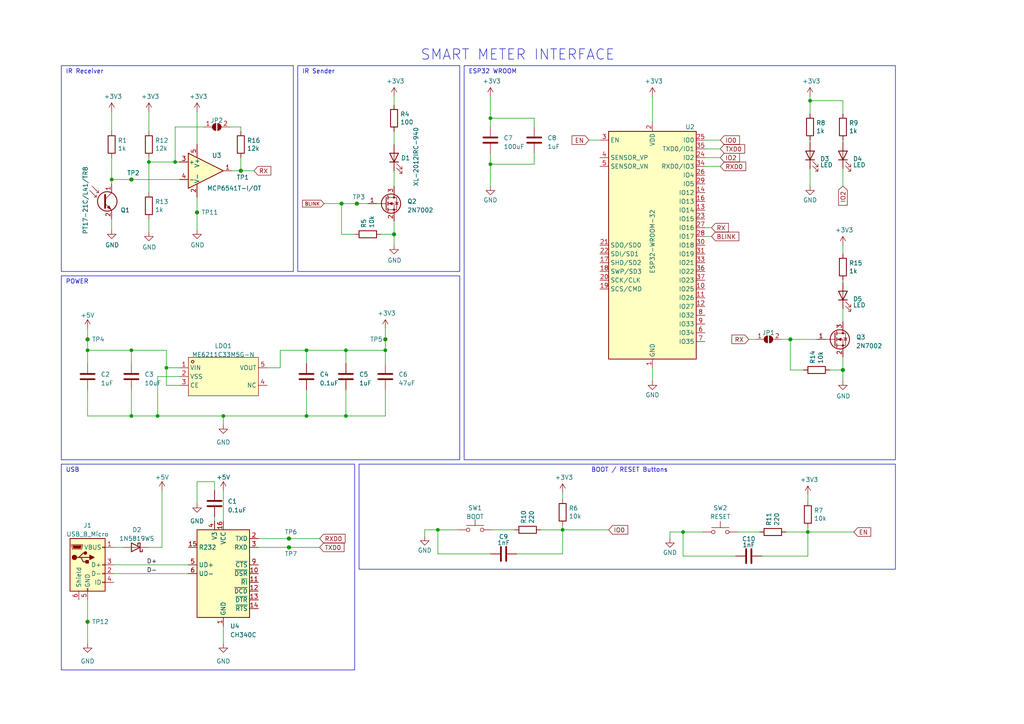
<source format=kicad_sch>
(kicad_sch (version 20221004) (generator eeschema)
  (paper "A4")
  (lib_symbols
    (symbol "Comparator:MCP6561-OT" (pin_names (offset 0.127))
      (property "Reference" "U" (at -1.27 6.35 0))
      (property "Value" "MCP6561-OT" (at -1.27 3.81 0))
      (symbol "MCP6561-OT_0_1"
        (polyline (pts (xy -5.08 5.08) (xy 5.08 0) (xy -5.08 -5.08) (xy -5.08 5.08)) (stroke (width 0.254)) (fill (type background)))
        (pin power_in line (at -2.54 -7.62 90) (length 3.81) (name "V-") (number "2"))
        (pin power_in line (at -2.54 7.62 270) (length 3.81) (name "V+") (number "5"))
      )
      (symbol "MCP6561-OT_1_1"
        (pin output line (at 7.62 0 180) (length 2.54) (name "~") (number "1"))
        (pin input line (at -7.62 2.54 0) (length 2.54) (name "+") (number "3"))
        (pin input line (at -7.62 -2.54 0) (length 2.54) (name "-") (number "4"))
      )
    )
    (symbol "Connector:TestPoint_Small" (pin_numbers hide) (pin_names (offset 0.762) hide)
      (property "Reference" "TP" (at 0 3.81 0))
      (property "Value" "TestPoint_Small" (at 0 2.032 0))
      (symbol "TestPoint_Small_0_1"
        (circle (center 0 0) (radius 0.508))
      )
      (symbol "TestPoint_Small_1_1"
        (pin passive line (at 0 0 90) (length 0) (name "1") (number "1"))
      )
    )
    (symbol "Connector:USB_B_Micro" (pin_names (offset 1.016))
      (property "Reference" "J" (at -5.08 11.43 0))
      (property "Value" "USB_B_Micro" (at -5.08 8.89 0))
      (symbol "USB_B_Micro_0_1"
        (rectangle (start -5.08 -7.62) (end 5.08 7.62) (stroke (width 0.254)) (fill (type background)))
        (circle (center -3.81 2.159) (radius 0.635) (stroke (width 0.254)) (fill (type outline)))
        (circle (center -0.635 3.429) (radius 0.381) (stroke (width 0.254)) (fill (type outline)))
        (rectangle (start -0.127 -7.62) (end 0.127 -6.858))
        (polyline (pts (xy -1.905 2.159) (xy 0.635 2.159)) (stroke (width 0.254)))
        (polyline (pts (xy -3.175 2.159) (xy -2.54 2.159) (xy -1.27 3.429) (xy -0.635 3.429)) (stroke (width 0.254)))
        (polyline (pts (xy -2.54 2.159) (xy -1.905 2.159) (xy -1.27 0.889) (xy 0 0.889)) (stroke (width 0.254)))
        (polyline (pts (xy 0.635 2.794) (xy 0.635 1.524) (xy 1.905 2.159) (xy 0.635 2.794)) (stroke (width 0.254)) (fill (type outline)))
        (polyline (pts (xy -4.318 5.588) (xy -1.778 5.588) (xy -2.032 4.826) (xy -4.064 4.826) (xy -4.318 5.588)) (fill (type outline)))
        (polyline (pts (xy -4.699 5.842) (xy -4.699 5.588) (xy -4.445 4.826) (xy -4.445 4.572) (xy -1.651 4.572) (xy -1.651 4.826) (xy -1.397 5.588) (xy -1.397 5.842) (xy -4.699 5.842)))
        (rectangle (start 0.254 1.27) (end -0.508 0.508) (stroke (width 0.254)) (fill (type outline)))
        (rectangle (start 5.08 -5.207) (end 4.318 -4.953))
        (rectangle (start 5.08 -2.667) (end 4.318 -2.413))
        (rectangle (start 5.08 -0.127) (end 4.318 0.127))
        (rectangle (start 5.08 4.953) (end 4.318 5.207))
      )
      (symbol "USB_B_Micro_1_1"
        (pin power_out line (at 7.62 5.08 180) (length 2.54) (name "VBUS") (number "1"))
        (pin bidirectional line (at 7.62 -2.54 180) (length 2.54) (name "D-") (number "2"))
        (pin bidirectional line (at 7.62 0 180) (length 2.54) (name "D+") (number "3"))
        (pin passive line (at 7.62 -5.08 180) (length 2.54) (name "ID") (number "4"))
        (pin power_out line (at 0 -10.16 90) (length 2.54) (name "GND") (number "5"))
        (pin passive line (at -2.54 -10.16 90) (length 2.54) (name "Shield") (number "6"))
      )
    )
    (symbol "Device:C" (pin_numbers hide) (pin_names (offset 0.254))
      (property "Reference" "C" (at 0.635 2.54 0))
      (property "Value" "C" (at 0.635 -2.54 0))
      (symbol "C_0_1"
        (polyline (pts (xy -2.032 -0.762) (xy 2.032 -0.762)) (stroke (width 0.508)))
        (polyline (pts (xy -2.032 0.762) (xy 2.032 0.762)) (stroke (width 0.508)))
      )
      (symbol "C_1_1"
        (pin passive line (at 0 3.81 270) (length 2.794) (name "~") (number "1"))
        (pin passive line (at 0 -3.81 90) (length 2.794) (name "~") (number "2"))
      )
    )
    (symbol "Device:LED" (pin_numbers hide) (pin_names hide)
      (property "Reference" "D" (at 0 2.54 0))
      (property "Value" "LED" (at 0 -2.54 0))
      (symbol "LED_0_1"
        (polyline (pts (xy -1.27 -1.27) (xy -1.27 1.27)) (stroke (width 0.254)))
        (polyline (pts (xy -1.27 0) (xy 1.27 0)))
        (polyline (pts (xy 1.27 -1.27) (xy 1.27 1.27) (xy -1.27 0) (xy 1.27 -1.27)) (stroke (width 0.254)))
        (polyline (pts (xy -3.048 -0.762) (xy -4.572 -2.286) (xy -3.81 -2.286) (xy -4.572 -2.286) (xy -4.572 -1.524)))
        (polyline (pts (xy -1.778 -0.762) (xy -3.302 -2.286) (xy -2.54 -2.286) (xy -3.302 -2.286) (xy -3.302 -1.524)))
      )
      (symbol "LED_1_1"
        (pin passive line (at -3.81 0 0) (length 2.54) (name "K") (number "1"))
        (pin passive line (at 3.81 0 180) (length 2.54) (name "A") (number "2"))
      )
    )
    (symbol "Device:Q_Photo_NPN_CE" (pin_names (offset 0) hide)
      (property "Reference" "Q" (at 5.08 1.27 0))
      (property "Value" "Q_Photo_NPN_CE" (at 5.08 -1.27 0))
      (symbol "Q_Photo_NPN_CE_0_1"
        (polyline (pts (xy -1.905 1.27) (xy -2.54 1.27)))
        (polyline (pts (xy -1.27 2.54) (xy -1.905 2.54)))
        (polyline (pts (xy 0.635 0.635) (xy 2.54 2.54)))
        (polyline (pts (xy -3.81 3.175) (xy -1.905 1.27) (xy -1.905 1.905)))
        (polyline (pts (xy -3.175 4.445) (xy -1.27 2.54) (xy -1.27 3.175)))
        (polyline (pts (xy 0.635 -0.635) (xy 2.54 -2.54) (xy 2.54 -2.54)))
        (polyline (pts (xy 0.635 1.905) (xy 0.635 -1.905) (xy 0.635 -1.905)) (stroke (width 0.508)))
        (polyline (pts (xy 1.27 -1.778) (xy 1.778 -1.27) (xy 2.286 -2.286) (xy 1.27 -1.778) (xy 1.27 -1.778)) (fill (type outline)))
        (circle (center 1.27 0) (radius 2.8194) (stroke (width 0.254)))
      )
      (symbol "Q_Photo_NPN_CE_1_1"
        (pin passive line (at 2.54 5.08 270) (length 2.54) (name "C") (number "1"))
        (pin passive line (at 2.54 -5.08 90) (length 2.54) (name "E") (number "2"))
      )
    )
    (symbol "Diode:1N5819WS" (pin_numbers hide) (pin_names (offset 1.016) hide)
      (property "Reference" "D" (at 0 2.54 0))
      (property "Value" "1N5819WS" (at 0 -2.54 0))
      (symbol "1N5819WS_0_1"
        (polyline (pts (xy 1.27 0) (xy -1.27 0)))
        (polyline (pts (xy 1.27 1.27) (xy 1.27 -1.27) (xy -1.27 0) (xy 1.27 1.27)) (stroke (width 0.254)))
        (polyline (pts (xy -1.905 0.635) (xy -1.905 1.27) (xy -1.27 1.27) (xy -1.27 -1.27) (xy -0.635 -1.27) (xy -0.635 -0.635)) (stroke (width 0.254)))
      )
      (symbol "1N5819WS_1_1"
        (pin passive line (at -3.81 0 0) (length 2.54) (name "K") (number "1"))
        (pin passive line (at 3.81 0 180) (length 2.54) (name "A") (number "2"))
      )
    )
    (symbol "Interface_USB:CH340C"
      (property "Reference" "U" (at -5.08 13.97 0))
      (property "Value" "CH340C" (at 1.27 13.97 0))
      (symbol "CH340C_0_1"
        (rectangle (start -7.62 12.7) (end 7.62 -12.7) (stroke (width 0.254)) (fill (type background)))
      )
      (symbol "CH340C_1_1"
        (pin power_in line (at 0 -15.24 90) (length 2.54) (name "GND") (number "1"))
        (pin input line (at 10.16 0 180) (length 2.54) (name "~{DSR}") (number "10"))
        (pin input line (at 10.16 -2.54 180) (length 2.54) (name "~{RI}") (number "11"))
        (pin input line (at 10.16 -5.08 180) (length 2.54) (name "~{DCD}") (number "12"))
        (pin output line (at 10.16 -7.62 180) (length 2.54) (name "~{DTR}") (number "13"))
        (pin output line (at 10.16 -10.16 180) (length 2.54) (name "~{RTS}") (number "14"))
        (pin input line (at -10.16 7.62 0) (length 2.54) (name "R232") (number "15"))
        (pin power_in line (at 0 15.24 270) (length 2.54) (name "VCC") (number "16"))
        (pin output line (at 10.16 10.16 180) (length 2.54) (name "TXD") (number "2"))
        (pin input line (at 10.16 7.62 180) (length 2.54) (name "RXD") (number "3"))
        (pin passive line (at -2.54 15.24 270) (length 2.54) (name "V3") (number "4"))
        (pin bidirectional line (at -10.16 2.54 0) (length 2.54) (name "UD+") (number "5"))
        (pin bidirectional line (at -10.16 0 0) (length 2.54) (name "UD-") (number "6"))
        (pin no_connect line (at -7.62 -7.62 0) (length 2.54) hide (name "NC") (number "7"))
        (pin no_connect line (at -7.62 -10.16 0) (length 2.54) hide (name "NC") (number "8"))
        (pin input line (at 10.16 2.54 180) (length 2.54) (name "~{CTS}") (number "9"))
      )
    )
    (symbol "Jumper:SolderJumper_2_Open" (pin_names (offset 0) hide)
      (property "Reference" "JP" (at 0 2.032 0))
      (property "Value" "SolderJumper_2_Open" (at 0 -2.54 0))
      (symbol "SolderJumper_2_Open_0_1"
        (arc (start -0.254 1.016) (mid -1.2656 0) (end -0.254 -1.016))
        (arc (start -0.254 1.016) (mid -1.2656 0) (end -0.254 -1.016) (fill (type outline)))
        (polyline (pts (xy -0.254 1.016) (xy -0.254 -1.016)))
        (polyline (pts (xy 0.254 1.016) (xy 0.254 -1.016)))
        (arc (start 0.254 -1.016) (mid 1.2656 0) (end 0.254 1.016))
        (arc (start 0.254 -1.016) (mid 1.2656 0) (end 0.254 1.016) (fill (type outline)))
      )
      (symbol "SolderJumper_2_Open_1_1"
        (pin passive line (at -3.81 0 0) (length 2.54) (name "A") (number "1"))
        (pin passive line (at 3.81 0 180) (length 2.54) (name "B") (number "2"))
      )
    )
    (symbol "LCSC:ME6211C33M5G-N"
      (property "Reference" "LDO" (at 0 7.62 0))
      (property "Value" "ME6211C33M5G-N" (at 0 -7.62 0))
      (symbol "ME6211C33M5G-N_0_1"
        (rectangle (start -10.16 5.59) (end 10.16 -5.59) (fill (type background)))
        (circle (center -8.89 4.32) (radius 0.38))
        (circle (center -8.89 4.32) (radius 0.38))
        (pin unspecified line (at -12.7 2.54 0) (length 2.54) (name "VIN") (number "1"))
        (pin unspecified line (at -12.7 0 0) (length 2.54) (name "VSS") (number "2"))
        (pin unspecified line (at -12.7 -2.54 0) (length 2.54) (name "CE") (number "3"))
        (pin unspecified line (at 12.7 -2.54 180) (length 2.54) (name "NC") (number "4"))
        (pin unspecified line (at 12.7 2.54 180) (length 2.54) (name "VOUT") (number "5"))
      )
    )
    (symbol "LED_1" (pin_numbers hide) (pin_names (offset 1.016) hide)
      (property "Reference" "D" (at 0 2.54 0))
      (property "Value" "LED" (at 0 -2.54 0))
      (symbol "LED_1_0_1"
        (polyline (pts (xy -1.27 -1.27) (xy -1.27 1.27)) (stroke (width 0.254)))
        (polyline (pts (xy -1.27 0) (xy 1.27 0)))
        (polyline (pts (xy 1.27 -1.27) (xy 1.27 1.27) (xy -1.27 0) (xy 1.27 -1.27)) (stroke (width 0.254)))
        (polyline (pts (xy -3.048 -0.762) (xy -4.572 -2.286) (xy -3.81 -2.286) (xy -4.572 -2.286) (xy -4.572 -1.524)))
        (polyline (pts (xy -1.778 -0.762) (xy -3.302 -2.286) (xy -2.54 -2.286) (xy -3.302 -2.286) (xy -3.302 -1.524)))
      )
      (symbol "LED_1_1_1"
        (pin passive line (at -3.81 0 0) (length 2.54) (name "K") (number "1"))
        (pin passive line (at 3.81 0 180) (length 2.54) (name "A") (number "2"))
      )
    )
    (symbol "RF_Module:ESP32-WROOM-32"
      (property "Reference" "U" (at -12.7 34.29 0))
      (property "Value" "ESP32-WROOM-32" (at 1.27 34.29 0))
      (symbol "ESP32-WROOM-32_0_1"
        (rectangle (start -12.7 33.02) (end 12.7 -33.02) (stroke (width 0.254)) (fill (type background)))
      )
      (symbol "ESP32-WROOM-32_1_1"
        (pin power_in line (at 0 -35.56 90) (length 2.54) (name "GND") (number "1"))
        (pin bidirectional line (at 15.24 -12.7 180) (length 2.54) (name "IO25") (number "10"))
        (pin bidirectional line (at 15.24 -15.24 180) (length 2.54) (name "IO26") (number "11"))
        (pin bidirectional line (at 15.24 -17.78 180) (length 2.54) (name "IO27") (number "12"))
        (pin bidirectional line (at 15.24 10.16 180) (length 2.54) (name "IO14") (number "13"))
        (pin bidirectional line (at 15.24 15.24 180) (length 2.54) (name "IO12") (number "14"))
        (pin passive line (at 0 -35.56 90) (length 2.54) hide (name "GND") (number "15"))
        (pin bidirectional line (at 15.24 12.7 180) (length 2.54) (name "IO13") (number "16"))
        (pin bidirectional line (at -15.24 -5.08 0) (length 2.54) (name "SHD/SD2") (number "17"))
        (pin bidirectional line (at -15.24 -7.62 0) (length 2.54) (name "SWP/SD3") (number "18"))
        (pin bidirectional line (at -15.24 -12.7 0) (length 2.54) (name "SCS/CMD") (number "19"))
        (pin power_in line (at 0 35.56 270) (length 2.54) (name "VDD") (number "2"))
        (pin bidirectional line (at -15.24 -10.16 0) (length 2.54) (name "SCK/CLK") (number "20"))
        (pin bidirectional line (at -15.24 0 0) (length 2.54) (name "SDO/SD0") (number "21"))
        (pin bidirectional line (at -15.24 -2.54 0) (length 2.54) (name "SDI/SD1") (number "22"))
        (pin bidirectional line (at 15.24 7.62 180) (length 2.54) (name "IO15") (number "23"))
        (pin bidirectional line (at 15.24 25.4 180) (length 2.54) (name "IO2") (number "24"))
        (pin bidirectional line (at 15.24 30.48 180) (length 2.54) (name "IO0") (number "25"))
        (pin bidirectional line (at 15.24 20.32 180) (length 2.54) (name "IO4") (number "26"))
        (pin bidirectional line (at 15.24 5.08 180) (length 2.54) (name "IO16") (number "27"))
        (pin bidirectional line (at 15.24 2.54 180) (length 2.54) (name "IO17") (number "28"))
        (pin bidirectional line (at 15.24 17.78 180) (length 2.54) (name "IO5") (number "29"))
        (pin input line (at -15.24 30.48 0) (length 2.54) (name "EN") (number "3"))
        (pin bidirectional line (at 15.24 0 180) (length 2.54) (name "IO18") (number "30"))
        (pin bidirectional line (at 15.24 -2.54 180) (length 2.54) (name "IO19") (number "31"))
        (pin no_connect line (at -12.7 -27.94 0) (length 2.54) hide (name "NC") (number "32"))
        (pin bidirectional line (at 15.24 -5.08 180) (length 2.54) (name "IO21") (number "33"))
        (pin bidirectional line (at 15.24 22.86 180) (length 2.54) (name "RXD0/IO3") (number "34"))
        (pin bidirectional line (at 15.24 27.94 180) (length 2.54) (name "TXD0/IO1") (number "35"))
        (pin bidirectional line (at 15.24 -7.62 180) (length 2.54) (name "IO22") (number "36"))
        (pin bidirectional line (at 15.24 -10.16 180) (length 2.54) (name "IO23") (number "37"))
        (pin passive line (at 0 -35.56 90) (length 2.54) hide (name "GND") (number "38"))
        (pin passive line (at 0 -35.56 90) (length 2.54) hide (name "GND") (number "39"))
        (pin input line (at -15.24 25.4 0) (length 2.54) (name "SENSOR_VP") (number "4"))
        (pin input line (at -15.24 22.86 0) (length 2.54) (name "SENSOR_VN") (number "5"))
        (pin input line (at 15.24 -25.4 180) (length 2.54) (name "IO34") (number "6"))
        (pin input line (at 15.24 -27.94 180) (length 2.54) (name "IO35") (number "7"))
        (pin bidirectional line (at 15.24 -20.32 180) (length 2.54) (name "IO32") (number "8"))
        (pin bidirectional line (at 15.24 -22.86 180) (length 2.54) (name "IO33") (number "9"))
      )
    )
    (symbol "Switch:SW_Push" (pin_numbers hide) (pin_names (offset 1.016) hide)
      (property "Reference" "SW" (at 1.27 2.54 0))
      (property "Value" "SW_Push" (at 0 -1.524 0))
      (symbol "SW_Push_0_1"
        (circle (center -2.032 0) (radius 0.508))
        (polyline (pts (xy 0 1.27) (xy 0 3.048)))
        (polyline (pts (xy 2.54 1.27) (xy -2.54 1.27)))
        (circle (center 2.032 0) (radius 0.508))
        (pin passive line (at -5.08 0 0) (length 2.54) (name "1") (number "1"))
        (pin passive line (at 5.08 0 180) (length 2.54) (name "2") (number "2"))
      )
    )
    (symbol "Transistor_FET:2N7002" (pin_names hide)
      (property "Reference" "Q" (at 5.08 1.905 0))
      (property "Value" "2N7002" (at 5.08 0 0))
      (symbol "2N7002_0_1"
        (polyline (pts (xy 0.254 0) (xy -2.54 0)))
        (polyline (pts (xy 0.254 1.905) (xy 0.254 -1.905)) (stroke (width 0.254)))
        (polyline (pts (xy 0.762 -1.27) (xy 0.762 -2.286)) (stroke (width 0.254)))
        (polyline (pts (xy 0.762 0.508) (xy 0.762 -0.508)) (stroke (width 0.254)))
        (polyline (pts (xy 0.762 2.286) (xy 0.762 1.27)) (stroke (width 0.254)))
        (polyline (pts (xy 2.54 2.54) (xy 2.54 1.778)))
        (polyline (pts (xy 2.54 -2.54) (xy 2.54 0) (xy 0.762 0)))
        (polyline (pts (xy 0.762 -1.778) (xy 3.302 -1.778) (xy 3.302 1.778) (xy 0.762 1.778)))
        (polyline (pts (xy 1.016 0) (xy 2.032 0.381) (xy 2.032 -0.381) (xy 1.016 0)) (fill (type outline)))
        (polyline (pts (xy 2.794 0.508) (xy 2.921 0.381) (xy 3.683 0.381) (xy 3.81 0.254)))
        (polyline (pts (xy 3.302 0.381) (xy 2.921 -0.254) (xy 3.683 -0.254) (xy 3.302 0.381)))
        (circle (center 1.651 0) (radius 2.794) (stroke (width 0.254)))
        (circle (center 2.54 -1.778) (radius 0.254) (fill (type outline)))
        (circle (center 2.54 1.778) (radius 0.254) (fill (type outline)))
      )
      (symbol "2N7002_1_1"
        (pin input line (at -5.08 0 0) (length 2.54) (name "G") (number "1"))
        (pin passive line (at 2.54 -5.08 90) (length 2.54) (name "S") (number "2"))
        (pin passive line (at 2.54 5.08 270) (length 2.54) (name "D") (number "3"))
      )
    )
    (symbol "eHZ-Serial-rescue:R-device" (pin_numbers hide) (pin_names (offset 0))
      (property "Reference" "R" (at 2.032 0 90))
      (property "Value" "R-device" (at 0 0 90))
      (symbol "R-device_0_1"
        (rectangle (start -1.016 -2.54) (end 1.016 2.54) (stroke (width 0.254)))
      )
      (symbol "R-device_1_1"
        (pin passive line (at 0 3.81 270) (length 1.27) (name "~") (number "1"))
        (pin passive line (at 0 -3.81 90) (length 1.27) (name "~") (number "2"))
      )
    )
    (symbol "power:+3V3" (power) (pin_names (offset 0))
      (property "Value" "+3V3" (at 0 3.556 0))
      (symbol "+3V3_0_1"
        (polyline (pts (xy -0.762 1.27) (xy 0 2.54)))
        (polyline (pts (xy 0 0) (xy 0 2.54)))
        (polyline (pts (xy 0 2.54) (xy 0.762 1.27)))
      )
      (symbol "+3V3_1_1"
        (pin power_in line (at 0 0 90) (length 0) hide (name "+3V3") (number "1"))
      )
    )
    (symbol "power:+5V" (power) (pin_names (offset 0))
      (property "Value" "+5V" (at 0 3.556 0))
      (symbol "+5V_0_1"
        (polyline (pts (xy -0.762 1.27) (xy 0 2.54)))
        (polyline (pts (xy 0 0) (xy 0 2.54)))
        (polyline (pts (xy 0 2.54) (xy 0.762 1.27)))
      )
      (symbol "+5V_1_1"
        (pin power_in line (at 0 0 90) (length 0) hide (name "+5V") (number "1"))
      )
    )
    (symbol "power:GND" (power) (pin_names (offset 0))
      (property "Value" "GND" (at 0 -3.81 0))
      (symbol "GND_0_1"
        (polyline (pts (xy 0 0) (xy 0 -1.27) (xy 1.27 -1.27) (xy 0 -2.54) (xy -1.27 -1.27) (xy 0 -1.27)))
      )
      (symbol "GND_1_1"
        (pin power_in line (at 0 0 270) (length 0) hide (name "GND") (number "1"))
      )
    )
  )
  (junction (at 103.505 59.055))
  (junction (at 111.76 101.6))
  (junction (at 234.95 29.21))
  (junction (at 32.385 52.07))
  (junction (at 83.82 158.75))
  (junction (at 99.06 59.055) (diameter 1.016))
  (junction (at 25.4 101.6))
  (junction (at 114.3 67.945) (diameter 1.016))
  (junction (at 83.82 156.21))
  (junction (at 100.33 120.65))
  (junction (at 244.475 107.315) (diameter 1.016))
  (junction (at 25.4 98.425))
  (junction (at 111.76 98.425))
  (junction (at 142.24 47.625))
  (junction (at 163.195 153.67))
  (junction (at 234.315 154.305))
  (junction (at 229.235 98.425) (diameter 1.016))
  (junction (at 88.9 101.6))
  (junction (at 38.1 120.65))
  (junction (at 57.15 61.595))
  (junction (at 69.85 49.53))
  (junction (at 64.77 120.65))
  (junction (at 48.26 106.68))
  (junction (at 127 153.67))
  (junction (at 25.4 180.34))
  (junction (at 198.12 154.305))
  (junction (at 50.8 46.99))
  (junction (at 43.18 46.99))
  (junction (at 38.1 52.07))
  (junction (at 142.24 34.29))
  (junction (at 45.72 120.65))
  (junction (at 38.1 101.6))
  (junction (at 100.33 101.6))
  (junction (at 88.9 120.65))
  (wire (pts (xy 67.31 49.53) (xy 69.85 49.53)))
  (wire (pts (xy 142.24 34.29) (xy 154.94 34.29)))
  (wire (pts (xy 45.72 109.22) (xy 45.72 120.65)))
  (wire (pts (xy 100.33 101.6) (xy 111.76 101.6)))
  (wire (pts (xy 64.77 120.65) (xy 88.9 120.65)))
  (wire (pts (xy 149.86 160.655) (xy 163.195 160.655)))
  (wire (pts (xy 81.28 101.6) (xy 88.9 101.6)))
  (wire (pts (xy 220.98 161.29) (xy 234.315 161.29)))
  (wire (pts (xy 48.26 111.76) (xy 48.26 106.68)))
  (wire (pts (xy 194.31 156.21) (xy 194.31 154.305)))
  (wire (pts (xy 43.18 45.72) (xy 43.18 46.99)))
  (wire (pts (xy 25.4 180.34) (xy 25.4 186.69)))
  (wire (pts (xy 114.3 64.135) (xy 114.3 67.945)))
  (wire (pts (xy 127 160.655) (xy 127 153.67)))
  (wire (pts (xy 52.07 109.22) (xy 45.72 109.22)))
  (wire (pts (xy 43.18 46.99) (xy 50.8 46.99)))
  (wire (pts (xy 213.995 154.305) (xy 220.345 154.305)))
  (wire (pts (xy 83.82 158.75) (xy 92.71 158.75)))
  (wire (pts (xy 69.85 45.72) (xy 69.85 49.53)))
  (wire (pts (xy 204.47 40.64) (xy 208.915 40.64)))
  (wire (pts (xy 154.94 34.29) (xy 154.94 36.83)))
  (wire (pts (xy 64.77 120.65) (xy 64.77 123.19)))
  (wire (pts (xy 227.965 154.305) (xy 234.315 154.305)))
  (wire (pts (xy 234.315 153.035) (xy 234.315 154.305)))
  (wire (pts (xy 163.195 152.4) (xy 163.195 153.67)))
  (wire (pts (xy 142.24 44.45) (xy 142.24 47.625)))
  (wire (pts (xy 57.15 57.15) (xy 57.15 61.595)))
  (wire (pts (xy 114.3 49.53) (xy 114.3 53.975)))
  (wire (pts (xy 110.49 67.945) (xy 114.3 67.945)))
  (wire (pts (xy 69.85 49.53) (xy 73.66 49.53)))
  (wire (pts (xy 142.24 47.625) (xy 142.24 53.975)))
  (wire (pts (xy 102.87 67.945) (xy 99.06 67.945)))
  (wire (pts (xy 198.12 161.29) (xy 198.12 154.305)))
  (wire (pts (xy 114.3 27.94) (xy 114.3 30.48)))
  (wire (pts (xy 25.4 113.03) (xy 25.4 120.65)))
  (wire (pts (xy 74.93 156.21) (xy 83.82 156.21)))
  (wire (pts (xy 69.85 36.83) (xy 66.675 36.83)))
  (wire (pts (xy 234.315 161.29) (xy 234.315 154.305)))
  (wire (pts (xy 142.875 153.67) (xy 149.225 153.67)))
  (wire (pts (xy 244.475 41.275) (xy 244.475 40.64)))
  (wire (pts (xy 48.26 106.68) (xy 52.07 106.68)))
  (wire (pts (xy 69.85 38.1) (xy 69.85 36.83)))
  (wire (pts (xy 244.475 103.505) (xy 244.475 107.315)))
  (wire (pts (xy 38.1 120.65) (xy 45.72 120.65)))
  (wire (pts (xy 57.15 139.7) (xy 62.23 139.7)))
  (wire (pts (xy 111.76 101.6) (xy 111.76 105.41)))
  (wire (pts (xy 234.95 27.94) (xy 234.95 29.21)))
  (wire (pts (xy 234.315 143.51) (xy 234.315 145.415)))
  (wire (pts (xy 163.195 160.655) (xy 163.195 153.67)))
  (wire (pts (xy 229.235 98.425) (xy 236.855 98.425)))
  (wire (pts (xy 244.475 29.21) (xy 244.475 33.02)))
  (wire (pts (xy 114.3 67.945) (xy 114.3 71.12)))
  (wire (pts (xy 32.385 52.07) (xy 38.1 52.07)))
  (wire (pts (xy 45.72 120.65) (xy 64.77 120.65)))
  (wire (pts (xy 106.68 59.055) (xy 103.505 59.055)))
  (wire (pts (xy 100.33 120.65) (xy 111.76 120.65)))
  (wire (pts (xy 48.26 101.6) (xy 48.26 106.68)))
  (wire (pts (xy 57.15 61.595) (xy 57.15 66.675)))
  (wire (pts (xy 25.4 95.25) (xy 25.4 98.425)))
  (wire (pts (xy 189.23 27.94) (xy 189.23 35.56)))
  (wire (pts (xy 32.385 52.07) (xy 32.385 53.34)))
  (wire (pts (xy 114.3 38.1) (xy 114.3 41.91)))
  (wire (pts (xy 88.9 113.03) (xy 88.9 120.65)))
  (wire (pts (xy 142.24 160.655) (xy 127 160.655)))
  (wire (pts (xy 33.02 166.37) (xy 54.61 166.37)))
  (wire (pts (xy 38.1 52.07) (xy 52.07 52.07)))
  (wire (pts (xy 163.195 142.875) (xy 163.195 144.78)))
  (wire (pts (xy 111.76 98.425) (xy 111.76 101.6)))
  (wire (pts (xy 32.385 66.675) (xy 32.385 63.5)))
  (wire (pts (xy 46.99 142.24) (xy 46.99 158.75)))
  (wire (pts (xy 25.4 101.6) (xy 38.1 101.6)))
  (wire (pts (xy 234.95 29.21) (xy 244.475 29.21)))
  (wire (pts (xy 33.02 158.75) (xy 35.56 158.75)))
  (wire (pts (xy 25.4 120.65) (xy 38.1 120.65)))
  (wire (pts (xy 111.76 95.25) (xy 111.76 98.425)))
  (wire (pts (xy 244.475 89.535) (xy 244.475 93.345)))
  (wire (pts (xy 204.47 43.18) (xy 208.915 43.18)))
  (wire (pts (xy 25.4 105.41) (xy 25.4 101.6)))
  (wire (pts (xy 142.24 47.625) (xy 154.94 47.625)))
  (wire (pts (xy 43.18 63.5) (xy 43.18 67.31)))
  (wire (pts (xy 100.33 113.03) (xy 100.33 120.65)))
  (wire (pts (xy 234.95 40.64) (xy 234.95 41.275)))
  (wire (pts (xy 62.23 149.86) (xy 62.23 151.13)))
  (wire (pts (xy 52.07 111.76) (xy 48.26 111.76)))
  (wire (pts (xy 204.47 48.26) (xy 208.915 48.26)))
  (wire (pts (xy 229.235 107.315) (xy 229.235 98.425)))
  (wire (pts (xy 229.235 98.425) (xy 226.695 98.425)))
  (wire (pts (xy 33.02 163.83) (xy 54.61 163.83)))
  (wire (pts (xy 213.36 161.29) (xy 198.12 161.29)))
  (wire (pts (xy 50.8 36.83) (xy 50.8 46.99)))
  (wire (pts (xy 83.82 156.21) (xy 92.71 156.21)))
  (wire (pts (xy 244.475 48.895) (xy 244.475 53.975)))
  (wire (pts (xy 57.15 146.05) (xy 57.15 139.7)))
  (wire (pts (xy 234.315 154.305) (xy 247.65 154.305)))
  (wire (pts (xy 142.24 34.29) (xy 142.24 36.83)))
  (wire (pts (xy 59.055 36.83) (xy 50.8 36.83)))
  (wire (pts (xy 154.94 47.625) (xy 154.94 44.45)))
  (wire (pts (xy 57.15 32.385) (xy 57.15 41.91)))
  (wire (pts (xy 77.47 106.68) (xy 81.28 106.68)))
  (wire (pts (xy 38.1 101.6) (xy 48.26 101.6)))
  (wire (pts (xy 43.18 158.75) (xy 46.99 158.75)))
  (wire (pts (xy 62.23 139.7) (xy 62.23 142.24)))
  (wire (pts (xy 142.24 27.94) (xy 142.24 34.29)))
  (wire (pts (xy 88.9 101.6) (xy 100.33 101.6)))
  (wire (pts (xy 81.28 106.68) (xy 81.28 101.6)))
  (wire (pts (xy 43.18 32.385) (xy 43.18 38.1)))
  (wire (pts (xy 123.19 153.67) (xy 127 153.67)))
  (wire (pts (xy 240.665 107.315) (xy 244.475 107.315)))
  (wire (pts (xy 25.4 98.425) (xy 25.4 101.6)))
  (wire (pts (xy 206.375 68.58) (xy 204.47 68.58)))
  (wire (pts (xy 194.31 154.305) (xy 198.12 154.305)))
  (wire (pts (xy 123.19 155.575) (xy 123.19 153.67)))
  (wire (pts (xy 88.9 101.6) (xy 88.9 105.41)))
  (wire (pts (xy 99.06 67.945) (xy 99.06 59.055)))
  (wire (pts (xy 198.12 154.305) (xy 203.835 154.305)))
  (wire (pts (xy 99.06 59.055) (xy 93.98 59.055)))
  (wire (pts (xy 50.8 46.99) (xy 52.07 46.99)))
  (wire (pts (xy 206.375 66.04) (xy 204.47 66.04)))
  (wire (pts (xy 100.33 101.6) (xy 100.33 105.41)))
  (wire (pts (xy 32.385 38.1) (xy 32.385 32.385)))
  (wire (pts (xy 64.77 181.61) (xy 64.77 186.69)))
  (wire (pts (xy 204.47 45.72) (xy 208.915 45.72)))
  (wire (pts (xy 163.195 153.67) (xy 176.53 153.67)))
  (wire (pts (xy 244.475 107.315) (xy 244.475 110.49)))
  (wire (pts (xy 156.845 153.67) (xy 163.195 153.67)))
  (wire (pts (xy 219.075 98.425) (xy 217.17 98.425)))
  (wire (pts (xy 103.505 59.055) (xy 99.06 59.055)))
  (wire (pts (xy 64.77 142.24) (xy 64.77 151.13)))
  (wire (pts (xy 170.815 40.64) (xy 173.99 40.64)))
  (wire (pts (xy 189.23 106.68) (xy 189.23 110.49)))
  (wire (pts (xy 38.1 113.03) (xy 38.1 120.65)))
  (wire (pts (xy 244.475 71.12) (xy 244.475 73.66)))
  (wire (pts (xy 244.475 81.915) (xy 244.475 81.28)))
  (wire (pts (xy 32.385 45.72) (xy 32.385 52.07)))
  (wire (pts (xy 234.95 48.895) (xy 234.95 53.975)))
  (wire (pts (xy 88.9 120.65) (xy 100.33 120.65)))
  (wire (pts (xy 38.1 101.6) (xy 38.1 105.41)))
  (wire (pts (xy 43.18 46.99) (xy 43.18 55.88)))
  (wire (pts (xy 233.045 107.315) (xy 229.235 107.315)))
  (wire (pts (xy 127 153.67) (xy 132.715 153.67)))
  (wire (pts (xy 25.4 173.99) (xy 25.4 180.34)))
  (wire (pts (xy 111.76 120.65) (xy 111.76 113.03)))
  (wire (pts (xy 74.93 158.75) (xy 83.82 158.75)))
  (wire (pts (xy 234.95 29.21) (xy 234.95 33.02)))
  (rectangle (start 17.78 19.05) (end 85.09 78.74))
  (rectangle (start 17.78 134.62) (end 102.87 194.31))
  (rectangle (start 17.78 80.01) (end 133.35 133.35))
  (rectangle (start 86.36 19.05) (end 133.35 78.74))
  (rectangle (start 104.14 134.62) (end 259.715 165.1))
  (rectangle (start 134.62 19.05) (end 259.715 133.35))
  (text "POWER" (at 19.05 82.55 0) (effects (font (size 1.27 1.27)) (justify left bottom)))
  (text "USB" (at 19.05 137.16 0) (effects (font (size 1.27 1.27)) (justify left bottom)))
  (text "BOOT / RESET Buttons\n" (at 171.45 137.16 0) (effects (font (size 1.27 1.27)) (justify left bottom)))
  (text "ESP32 WROOM\n" (at 135.89 21.59 0) (effects (font (size 1.27 1.27)) (justify left bottom)))
  (text "SMART METER INTERFACE " (at 121.92 17.78 0) (effects (font (size 3 3)) (justify left bottom)))
  (text "IR Sender" (at 87.63 21.59 0) (effects (font (size 1.27 1.27)) (justify left bottom)))
  (text "IR Receiver" (at 19.05 21.59 0) (effects (font (size 1.27 1.27)) (justify left bottom)))
  (label "D-" (at 42.545 166.37 0))
  (label "D+" (at 42.545 163.83 0))
  (global_label "EN" (shape input) (at 247.65 154.305 0) (property "Intersheetrefs" "${INTERSHEET_REFS}" (effects hide)))
  (global_label "IO0" (shape input) (at 176.53 153.67 0) (property "Intersheetrefs" "${INTERSHEET_REFS}" (effects hide)))
  (global_label "TXD0" (shape input) (at 208.915 43.18 0) (property "Intersheetrefs" "${INTERSHEET_REFS}" (effects hide)))
  (global_label "IO2" (shape input) (at 244.475 53.975 270) (property "Intersheetrefs" "${INTERSHEET_REFS}" (effects hide)))
  (global_label "IO0" (shape input) (at 208.915 40.64 0) (property "Intersheetrefs" "${INTERSHEET_REFS}" (effects hide)))
  (global_label "RX" (shape input) (at 206.375 66.04 0) (property "Intersheet References" "${INTERSHEET_REFS}" (effects hide)))
  (global_label "RX" (shape input) (at 73.66 49.53 0) (property "Intersheet References" "${INTERSHEET_REFS}" (effects hide)))
  (global_label "IO2" (shape input) (at 208.915 45.72 0) (property "Intersheetrefs" "${INTERSHEET_REFS}" (effects hide)))
  (global_label "TXD0" (shape input) (at 92.71 158.75 0) (property "Intersheetrefs" "${INTERSHEET_REFS}" (effects hide)))
  (global_label "BLINK" (shape input) (at 93.98 59.055 180) (effects (font (size 1 1))) (property "Intersheet References" "${INTERSHEET_REFS}" (effects hide)))
  (global_label "RXD0" (shape input) (at 208.915 48.26 0) (property "Intersheetrefs" "${INTERSHEET_REFS}" (effects hide)))
  (global_label "RX" (shape input) (at 217.17 98.425 180) (property "Intersheet References" "${INTERSHEET_REFS}" (effects hide)))
  (global_label "EN" (shape input) (at 170.815 40.64 180) (property "Intersheetrefs" "${INTERSHEET_REFS}" (effects hide)))
  (global_label "RXD0" (shape input) (at 92.71 156.21 0) (property "Intersheetrefs" "${INTERSHEET_REFS}" (effects hide)))
  (global_label "BLINK" (shape input) (at 206.375 68.58 0) (property "Intersheet References" "${INTERSHEET_REFS}" (effects hide)))
  (symbol (lib_id "Device:LED") (at 114.3 45.72 90) (unit 1)
    (property "Reference" "D1" (at 116.2812 45.8216 90) (effects (justify right)))
    (property "Value" "XL-2012IRC-940" (at 120.65 36.83 0) (effects (justify right)))
    (property "Footprint" "LCSC:LED0805-RD" (effects hide))
    (property "LCSC" "C965889" (effects hide))
  )
  (symbol (lib_id "Device:Q_Photo_NPN_CE") (at 29.845 58.42 0) (unit 1)
    (property "Reference" "Q1" (at 34.925 60.96 0) (effects (justify left)))
    (property "Value" "PT17-21C/L41/TR8" (at 24.765 67.945 90) (effects (justify left)))
    (property "Footprint" "LCSC:OPTO-SMD_L2.0-W1.3-R-FD" (effects hide))
    (property "Datasheet" "https://lcsc.com/product-detail/Infrared-Receivers_PT17-21C-L41-TR8_C100090.html" (effects hide))
    (property "LCSC" "C100090" (effects hide))
  )
  (symbol (lib_id "power:+3V3") (at 32.385 32.385 0) (unit 1)
    (property "Reference" "#PWR0101" (effects hide))
    (property "Value" "+3V3" (at 32.766 27.9908 0))
  )
  (symbol (lib_id "power:+3V3") (at 114.3 27.94 0) (unit 1)
    (property "Reference" "#PWR0117" (effects hide))
    (property "Value" "+3V3" (at 114.681 23.5458 0))
  )
  (symbol (lib_id "eHZ-Serial-rescue:R-device") (at 32.385 41.91 0) (unit 1)
    (property "Reference" "R1" (at 34.163 40.7416 0) (effects (justify left)))
    (property "Value" "1k" (at 34.163 43.053 0) (effects (justify left)))
    (property "Footprint" "Resistor_SMD:R_0402_1005Metric" (effects hide))
    (property "LCSC" "C11702" (effects hide))
  )
  (symbol (lib_id "eHZ-Serial-rescue:R-device") (at 114.3 34.29 0) (unit 1)
    (property "Reference" "R4" (at 116.078 33.122 0) (effects (justify left)))
    (property "Value" "100" (at 116.078 35.433 0) (effects (justify left)))
    (property "Footprint" "Resistor_SMD:R_0402_1005Metric" (effects hide))
    (property "LCSC" "C25076" (effects hide))
  )
  (symbol (lib_id "power:GND") (at 32.385 66.675 0) (unit 1)
    (property "Reference" "#PWR0125" (effects hide))
    (property "Value" "GND" (at 32.512 71.0692 0))
  )
  (symbol (lib_id "power:GND") (at 114.3 71.12 0) (unit 1)
    (property "Reference" "#PWR0110" (effects hide))
    (property "Value" "GND" (at 114.427 75.5142 0))
  )
  (symbol (lib_id "power:GND") (at 64.77 123.19 0) (unit 1)
    (property "Reference" "#PWR0107" (effects hide))
    (property "Value" "GND" (at 64.77 128.27 0))
  )
  (symbol (lib_name "LED_1") (lib_id "Device:LED") (at 244.475 85.725 90) (unit 1)
    (property "Reference" "D5" (at 247.396 86.718 90) (effects (justify right)))
    (property "Value" "LED" (at 247.396 88.4802 90) (effects (justify right)))
    (property "Footprint" "LED_SMD:LED_0603_1608Metric" (effects hide))
    (property "LCSC" "C72041" (effects hide))
  )
  (symbol (lib_id "Diode:1N5819WS") (at 39.37 158.75 180) (unit 1)
    (property "Reference" "D2" (at 39.6875 153.67 0))
    (property "Value" "1N5819WS" (at 39.6875 156.21 0))
    (property "Footprint" "Diode_SMD:D_SOD-323" (effects hide))
    (property "Datasheet" "https://datasheet.lcsc.com/lcsc/2204281430_Guangdong-Hottech-1N5819WS_C191023.pdf" (effects hide))
    (property "LCSC" "C191023" (effects hide))
  )
  (symbol (lib_name "LED_1") (lib_id "Device:LED") (at 244.475 45.085 90) (unit 1)
    (property "Reference" "D4" (at 247.396 46.078 90) (effects (justify right)))
    (property "Value" "LED" (at 247.396 47.8402 90) (effects (justify right)))
    (property "Footprint" "LED_SMD:LED_0603_1608Metric" (effects hide))
    (property "LCSC" "C72041" (effects hide))
  )
  (symbol (lib_id "LCSC:ME6211C33M5G-N") (at 64.77 109.22 0) (unit 1)
    (property "Reference" "LDO1" (at 64.77 100.33 0))
    (property "Value" "ME6211C33M5G-N" (at 64.77 102.87 0))
    (property "Footprint" "LCSC:SOT-23-5_L3.0-W1.7-P0.95-LS2.8-BR" (effects hide))
    (property "Datasheet" "https://lcsc.com/product-detail/Low-Dropout-Regulators-LDO_ME6211C33M5G-N_C82942.html" (effects hide))
    (property "LCSC" "C82942" (effects hide))
  )
  (symbol (lib_id "Connector:USB_B_Micro") (at 25.4 163.83 0) (unit 1)
    (property "Reference" "J1" (at 25.4 152.4 0))
    (property "Value" "USB_B_Micro" (at 25.4 154.94 0))
    (property "Footprint" "LCSC:MICRO-USB-SMD_10118193-0001LF" (effects hide))
    (property "LCSC" "C132562" (effects hide))
  )
  (symbol (lib_id "eHZ-Serial-rescue:R-device") (at 244.475 36.83 0) (unit 1)
    (property "Reference" "R9" (at 246.253 35.662 0) (effects (justify left)))
    (property "Value" "1k" (at 246.253 37.973 0) (effects (justify left)))
    (property "Footprint" "Resistor_SMD:R_0402_1005Metric" (effects hide))
    (property "LCSC" "C11702" (effects hide))
  )
  (symbol (lib_id "eHZ-Serial-rescue:R-device") (at 234.95 36.83 0) (unit 1)
    (property "Reference" "R8" (at 236.728 35.662 0) (effects (justify left)))
    (property "Value" "1k" (at 236.728 37.973 0) (effects (justify left)))
    (property "Footprint" "Resistor_SMD:R_0402_1005Metric" (effects hide))
    (property "LCSC" "C11702" (effects hide))
  )
  (symbol (lib_id "Device:C") (at 62.23 146.05 0) (unit 1)
    (property "Reference" "C1" (at 66.04 145.415 0) (effects (justify left)))
    (property "Value" "0.1uF" (at 66.04 147.955 0) (effects (justify left)))
    (property "Footprint" "Capacitor_SMD:C_0402_1005Metric" (effects hide))
    (property "LCSC" "C307331" (effects hide))
  )
  (symbol (lib_id "eHZ-Serial-rescue:R-device") (at 234.315 149.225 0) (unit 1)
    (property "Reference" "R7" (at 236.093 148.057 0) (effects (justify left)))
    (property "Value" "10k" (at 236.093 150.368 0) (effects (justify left)))
    (property "Footprint" "Resistor_SMD:R_0402_1005Metric" (effects hide))
    (property "LCSC" "C25744" (effects hide))
  )
  (symbol (lib_id "power:GND") (at 234.95 53.975 0) (unit 1)
    (property "Reference" "#PWR0116" (effects hide))
    (property "Value" "GND" (at 234.95 58.0311 0))
  )
  (symbol (lib_id "Connector:TestPoint_Small") (at 83.82 156.21 0) (unit 1)
    (property "Reference" "TP6" (at 82.55 154.305 0) (effects (justify left)))
    (property "Value" "TestPoint_Small" (effects hide))
    (property "Footprint" "TestPoint:TestPoint_Pad_D1.0mm" (effects hide))
  )
  (symbol (lib_id "RF_Module:ESP32-WROOM-32") (at 189.23 71.12 0) (unit 1)
    (property "Reference" "U2" (at 198.755 36.83 0) (effects (justify left)))
    (property "Value" "ESP32-WROOM-32" (at 189.23 79.375 90) (effects (justify left)))
    (property "Footprint" "RF_Module:ESP32-WROOM-32" (effects hide))
    (property "Datasheet" "https://www.espressif.com/sites/default/files/documentation/esp32-wroom-32_datasheet_en.pdf" (effects hide))
  )
  (symbol (lib_id "Device:C") (at 100.33 109.22 0) (unit 1)
    (property "Reference" "C5" (at 104.14 108.585 0) (effects (justify left)))
    (property "Value" "1uF" (at 104.14 111.125 0) (effects (justify left)))
    (property "Footprint" "Capacitor_SMD:C_0402_1005Metric" (effects hide))
    (property "LCSC" "C52923" (effects hide))
  )
  (symbol (lib_id "eHZ-Serial-rescue:R-device") (at 236.855 107.315 90) (unit 1)
    (property "Reference" "R14" (at 235.687 105.537 0) (effects (justify left)))
    (property "Value" "10k" (at 237.998 105.537 0) (effects (justify left)))
    (property "Footprint" "Resistor_SMD:R_0402_1005Metric" (effects hide))
    (property "LCSC" "C25744" (effects hide))
  )
  (symbol (lib_id "power:+5V") (at 64.77 142.24 0) (unit 1)
    (property "Reference" "#PWR0113" (effects hide))
    (property "Value" "+5V" (at 64.77 138.43 0))
  )
  (symbol (lib_id "Device:C") (at 154.94 40.64 0) (unit 1)
    (property "Reference" "C8" (at 158.75 40.005 0) (effects (justify left)))
    (property "Value" "1uF" (at 158.75 42.545 0) (effects (justify left)))
    (property "Footprint" "Capacitor_SMD:C_0402_1005Metric" (effects hide))
    (property "LCSC" "C52923" (effects hide))
  )
  (symbol (lib_id "power:GND") (at 189.23 110.49 0) (unit 1)
    (property "Reference" "#PWR0115" (effects hide))
    (property "Value" "GND" (at 189.23 114.5461 0))
  )
  (symbol (lib_id "eHZ-Serial-rescue:R-device") (at 69.85 41.91 0) (unit 1)
    (property "Reference" "R16" (at 71.628 40.7416 0) (effects (justify left)))
    (property "Value" "12k" (at 71.628 43.053 0) (effects (justify left)))
    (property "Footprint" "Resistor_SMD:R_0402_1005Metric" (effects hide))
    (property "LCSC" "C25752" (effects hide))
  )
  (symbol (lib_id "Connector:TestPoint_Small") (at 103.505 59.055 0) (unit 1)
    (property "Reference" "TP3" (at 102.235 57.15 0) (effects (justify left)))
    (property "Value" "TestPoint_Small" (effects hide))
    (property "Footprint" "TestPoint:TestPoint_Pad_D1.0mm" (effects hide))
  )
  (symbol (lib_id "power:+3V3") (at 111.76 95.25 0) (unit 1)
    (property "Reference" "#PWR0103" (effects hide))
    (property "Value" "+3V3" (at 112.141 90.8558 0))
  )
  (symbol (lib_id "Device:C") (at 25.4 109.22 0) (unit 1)
    (property "Reference" "C2" (at 29.21 108.585 0) (effects (justify left)))
    (property "Value" "1uF" (at 29.21 111.125 0) (effects (justify left)))
    (property "Footprint" "Capacitor_SMD:C_0402_1005Metric" (effects hide))
    (property "LCSC" "C52923" (effects hide))
  )
  (symbol (lib_id "eHZ-Serial-rescue:R-device") (at 153.035 153.67 90) (unit 1)
    (property "Reference" "R10" (at 151.867 151.892 0) (effects (justify left)))
    (property "Value" "220" (at 154.178 151.892 0) (effects (justify left)))
    (property "Footprint" "Resistor_SMD:R_0402_1005Metric" (effects hide))
    (property "LCSC" "C25091" (effects hide))
  )
  (symbol (lib_id "eHZ-Serial-rescue:R-device") (at 163.195 148.59 0) (unit 1)
    (property "Reference" "R6" (at 164.973 147.422 0) (effects (justify left)))
    (property "Value" "10k" (at 164.973 149.733 0) (effects (justify left)))
    (property "Footprint" "Resistor_SMD:R_0402_1005Metric" (effects hide))
    (property "LCSC" "C25744" (effects hide))
  )
  (symbol (lib_id "power:GND") (at 57.15 66.675 0) (unit 1)
    (property "Reference" "#PWR0105" (effects hide))
    (property "Value" "GND" (at 57.277 71.0692 0))
  )
  (symbol (lib_name "LED_1") (lib_id "Device:LED") (at 234.95 45.085 90) (unit 1)
    (property "Reference" "D3" (at 237.871 46.078 90) (effects (justify right)))
    (property "Value" "LED" (at 237.871 47.8402 90) (effects (justify right)))
    (property "Footprint" "LED_SMD:LED_0603_1608Metric" (effects hide))
    (property "LCSC" "C72043" (effects hide))
  )
  (symbol (lib_id "eHZ-Serial-rescue:R-device") (at 224.155 154.305 90) (unit 1)
    (property "Reference" "R11" (at 222.987 152.527 0) (effects (justify left)))
    (property "Value" "220" (at 225.298 152.527 0) (effects (justify left)))
    (property "Footprint" "Resistor_SMD:R_0402_1005Metric" (effects hide))
    (property "LCSC" "C25091" (effects hide))
  )
  (symbol (lib_id "power:+3V3") (at 142.24 27.94 0) (unit 1)
    (property "Reference" "#PWR0122" (effects hide))
    (property "Value" "+3V3" (at 142.621 23.5458 0))
  )
  (symbol (lib_id "power:+3V3") (at 163.195 142.875 0) (unit 1)
    (property "Reference" "#PWR0102" (effects hide))
    (property "Value" "+3V3" (at 163.576 138.4808 0))
  )
  (symbol (lib_id "Device:C") (at 217.17 161.29 90) (unit 1)
    (property "Reference" "C10" (at 217.17 156.2989 90))
    (property "Value" "1nF" (at 217.17 158.0611 90))
    (property "Footprint" "Capacitor_SMD:C_0402_1005Metric" (effects hide))
    (property "LCSC" "C307331" (effects hide))
  )
  (symbol (lib_id "Connector:TestPoint_Small") (at 83.82 158.75 0) (unit 1)
    (property "Reference" "TP7" (at 82.55 160.655 0) (effects (justify left)))
    (property "Value" "TestPoint_Small" (effects hide))
    (property "Footprint" "TestPoint:TestPoint_Pad_D1.0mm" (effects hide))
  )
  (symbol (lib_id "power:GND") (at 142.24 53.975 0) (unit 1)
    (property "Reference" "#PWR0118" (effects hide))
    (property "Value" "GND" (at 142.24 58.0311 0))
  )
  (symbol (lib_id "Device:C") (at 146.05 160.655 90) (unit 1)
    (property "Reference" "C9" (at 146.05 155.6639 90))
    (property "Value" "1nF" (at 146.05 157.4261 90))
    (property "Footprint" "Capacitor_SMD:C_0402_1005Metric" (effects hide))
    (property "LCSC" "C1523" (effects hide))
  )
  (symbol (lib_id "power:+3V3") (at 244.475 71.12 0) (unit 1)
    (property "Reference" "#PWR0121" (effects hide))
    (property "Value" "+3V3" (at 244.856 66.7258 0))
  )
  (symbol (lib_id "Switch:SW_Push") (at 208.915 154.305 0) (unit 1)
    (property "Reference" "SW2" (at 208.915 147.32 0))
    (property "Value" "RESET" (at 208.915 149.86 0))
    (property "Footprint" "LCSC:KEY-SMD_SKTGLBE010" (effects hide))
    (property "LCSC" "C139803" (effects hide))
  )
  (symbol (lib_id "Connector:TestPoint_Small") (at 57.15 61.595 0) (unit 1)
    (property "Reference" "TP11" (at 58.42 61.595 0) (effects (justify left)))
    (property "Value" "TestPoint_Small" (effects hide))
    (property "Footprint" "TestPoint:TestPoint_Pad_D1.0mm" (effects hide))
  )
  (symbol (lib_id "Device:C") (at 111.76 109.22 0) (unit 1)
    (property "Reference" "C6" (at 115.57 108.585 0) (effects (justify left)))
    (property "Value" "47uF" (at 115.57 111.125 0) (effects (justify left)))
    (property "Footprint" "Capacitor_SMD:C_0805_2012Metric" (effects hide))
    (property "LCSC" "C16780" (effects hide))
  )
  (symbol (lib_id "power:+3V3") (at 57.15 32.385 0) (unit 1)
    (property "Reference" "#PWR0108" (effects hide))
    (property "Value" "+3V3" (at 57.531 27.9908 0))
  )
  (symbol (lib_id "Connector:TestPoint_Small") (at 38.1 52.07 0) (unit 1)
    (property "Reference" "TP2" (at 36.83 50.165 0) (effects (justify left)))
    (property "Value" "TestPoint_Small" (effects hide))
    (property "Footprint" "TestPoint:TestPoint_Pad_D1.0mm" (effects hide))
  )
  (symbol (lib_id "Transistor_FET:2N7002") (at 241.935 98.425 0) (unit 1)
    (property "Reference" "Q3" (at 248.285 97.79 0) (effects (justify left)))
    (property "Value" "2N7002" (at 248.285 100.33 0) (effects (justify left)))
    (property "Footprint" "Package_TO_SOT_SMD:SOT-23" (effects hide))
    (property "Datasheet" "https://www.onsemi.com/pub/Collateral/NDS7002A-D.PDF" (effects hide))
    (property "LCSC" "C8545" (effects hide))
  )
  (symbol (lib_id "Jumper:SolderJumper_2_Open") (at 222.885 98.425 0) (unit 1)
    (property "Reference" "JP1" (at 222.885 96.52 0))
    (property "Value" "SolderJumper_2_Open" (effects hide))
    (property "Footprint" "Jumper:SolderJumper-2_P1.3mm_Open_RoundedPad1.0x1.5mm" (effects hide))
  )
  (symbol (lib_id "eHZ-Serial-rescue:R-device") (at 244.475 77.47 0) (unit 1)
    (property "Reference" "R15" (at 246.253 76.302 0) (effects (justify left)))
    (property "Value" "1k" (at 246.253 78.613 0) (effects (justify left)))
    (property "Footprint" "Resistor_SMD:R_0402_1005Metric" (effects hide))
    (property "LCSC" "C11702" (effects hide))
  )
  (symbol (lib_id "Transistor_FET:2N7002") (at 111.76 59.055 0) (unit 1)
    (property "Reference" "Q2" (at 118.11 58.42 0) (effects (justify left)))
    (property "Value" "2N7002" (at 118.11 60.96 0) (effects (justify left)))
    (property "Footprint" "Package_TO_SOT_SMD:SOT-23" (effects hide))
    (property "Datasheet" "https://www.onsemi.com/pub/Collateral/NDS7002A-D.PDF" (effects hide))
    (property "LCSC" "C8545" (effects hide))
  )
  (symbol (lib_id "Jumper:SolderJumper_2_Open") (at 62.865 36.83 0) (unit 1)
    (property "Reference" "JP2" (at 62.865 34.925 0))
    (property "Value" "SolderJumper_2_Open" (effects hide))
    (property "Footprint" "Jumper:SolderJumper-2_P1.3mm_Open_RoundedPad1.0x1.5mm" (effects hide))
  )
  (symbol (lib_id "power:GND") (at 64.77 186.69 0) (unit 1)
    (property "Reference" "#PWR0109" (effects hide))
    (property "Value" "GND" (at 64.77 191.77 0))
  )
  (symbol (lib_id "power:GND") (at 123.19 155.575 0) (unit 1)
    (property "Reference" "#PWR0123" (effects hide))
    (property "Value" "GND" (at 123.19 159.6311 0))
  )
  (symbol (lib_id "Interface_USB:CH340C") (at 64.77 166.37 0) (unit 1)
    (property "Reference" "U4" (at 66.7259 181.61 0) (effects (justify left)))
    (property "Value" "CH340C" (at 66.7259 184.15 0) (effects (justify left)))
    (property "Footprint" "Package_SO:SOIC-16_3.9x9.9mm_P1.27mm" (effects hide))
    (property "Datasheet" "https://datasheet.lcsc.com/szlcsc/Jiangsu-Qin-Heng-CH340C_C84681.pdf" (effects hide))
    (property "LCSC" "C84681" (effects hide))
  )
  (symbol (lib_id "power:GND") (at 244.475 110.49 0) (unit 1)
    (property "Reference" "#PWR0127" (effects hide))
    (property "Value" "GND" (at 244.602 114.8842 0))
  )
  (symbol (lib_id "Connector:TestPoint_Small") (at 25.4 98.425 0) (unit 1)
    (property "Reference" "TP4" (at 26.67 98.425 0) (effects (justify left)))
    (property "Value" "TestPoint_Small" (effects hide))
    (property "Footprint" "TestPoint:TestPoint_Pad_D1.0mm" (effects hide))
  )
  (symbol (lib_id "Switch:SW_Push") (at 137.795 153.67 0) (unit 1)
    (property "Reference" "SW1" (at 137.795 147.32 0))
    (property "Value" "BOOT" (at 137.795 149.86 0))
    (property "Footprint" "LCSC:KEY-SMD_SKTGLBE010" (effects hide))
    (property "LCSC" "C139803" (effects hide))
  )
  (symbol (lib_id "Comparator:MCP6561-OT") (at 59.69 49.53 0) (unit 1)
    (property "Reference" "U3" (at 62.865 45.085 0))
    (property "Value" "MCP6541T-I/OT" (at 67.945 54.61 0))
    (property "Footprint" "Package_TO_SOT_SMD:SOT-23-5" (effects hide))
    (property "Datasheet" "https://lcsc.com/product-detail/_MICROCHIP_MCP6541T-I-OT_MCP6541T-I-OT_C80839.html" (effects hide))
    (property "LCSC" "C80839" (effects hide))
  )
  (symbol (lib_id "Connector:TestPoint_Small") (at 25.4 180.34 0) (unit 1)
    (property "Reference" "TP12" (at 26.67 180.34 0) (effects (justify left)))
    (property "Value" "TestPoint_Small" (effects hide))
    (property "Footprint" "TestPoint:TestPoint_Pad_D1.0mm" (effects hide))
  )
  (symbol (lib_id "power:GND") (at 57.15 146.05 0) (unit 1)
    (property "Reference" "#PWR0112" (effects hide))
    (property "Value" "GND" (at 57.15 151.13 0))
  )
  (symbol (lib_id "power:GND") (at 43.18 67.31 0) (unit 1)
    (property "Reference" "#PWR0104" (effects hide))
    (property "Value" "GND" (at 43.307 71.7042 0))
  )
  (symbol (lib_id "eHZ-Serial-rescue:R-device") (at 106.68 67.945 90) (unit 1)
    (property "Reference" "R5" (at 105.512 66.167 0) (effects (justify left)))
    (property "Value" "10k" (at 107.823 66.167 0) (effects (justify left)))
    (property "Footprint" "Resistor_SMD:R_0402_1005Metric" (effects hide))
    (property "LCSC" "C25744" (effects hide))
  )
  (symbol (lib_id "Device:C") (at 142.24 40.64 0) (unit 1)
    (property "Reference" "C7" (at 146.05 40.005 0) (effects (justify left)))
    (property "Value" "100uF" (at 146.05 42.545 0) (effects (justify left)))
    (property "Footprint" "Capacitor_SMD:C_1206_3216Metric" (effects hide))
    (property "LCSC" "C15008" (effects hide))
  )
  (symbol (lib_id "power:+3V3") (at 43.18 32.385 0) (unit 1)
    (property "Reference" "#PWR0126" (effects hide))
    (property "Value" "+3V3" (at 43.561 27.9908 0))
  )
  (symbol (lib_id "power:+5V") (at 46.99 142.24 0) (unit 1)
    (property "Reference" "#PWR0114" (effects hide))
    (property "Value" "+5V" (at 46.99 138.43 0))
  )
  (symbol (lib_id "power:GND") (at 194.31 156.21 0) (unit 1)
    (property "Reference" "#PWR0124" (effects hide))
    (property "Value" "GND" (at 194.31 160.2661 0))
  )
  (symbol (lib_id "Connector:TestPoint_Small") (at 111.76 98.425 0) (unit 1)
    (property "Reference" "TP5" (at 107.315 98.425 0) (effects (justify left)))
    (property "Value" "TestPoint_Small" (effects hide))
    (property "Footprint" "TestPoint:TestPoint_Pad_D1.0mm" (effects hide))
  )
  (symbol (lib_id "power:+5V") (at 25.4 95.25 0) (unit 1)
    (property "Reference" "#PWR0106" (effects hide))
    (property "Value" "+5V" (at 25.4 91.44 0))
  )
  (symbol (lib_id "Device:C") (at 38.1 109.22 0) (unit 1)
    (property "Reference" "C3" (at 41.91 108.585 0) (effects (justify left)))
    (property "Value" "10uF" (at 41.91 111.125 0) (effects (justify left)))
    (property "Footprint" "Capacitor_SMD:C_0603_1608Metric" (effects hide))
    (property "LCSC" "C96446" (effects hide))
  )
  (symbol (lib_id "power:+3V3") (at 189.23 27.94 0) (unit 1)
    (property "Reference" "#PWR0120" (effects hide))
    (property "Value" "+3V3" (at 189.611 23.5458 0))
  )
  (symbol (lib_id "Device:C") (at 88.9 109.22 0) (unit 1)
    (property "Reference" "C4" (at 92.71 108.585 0) (effects (justify left)))
    (property "Value" "0.1uF" (at 92.71 111.125 0) (effects (justify left)))
    (property "Footprint" "Capacitor_SMD:C_0402_1005Metric" (effects hide))
    (property "LCSC" "C307331" (effects hide))
  )
  (symbol (lib_id "power:+3V3") (at 234.315 143.51 0) (unit 1)
    (property "Reference" "#PWR0119" (effects hide))
    (property "Value" "+3V3" (at 234.696 139.1158 0))
  )
  (symbol (lib_id "eHZ-Serial-rescue:R-device") (at 43.18 59.69 0) (unit 1)
    (property "Reference" "R13" (at 44.958 58.5216 0) (effects (justify left)))
    (property "Value" "1k" (at 44.958 60.833 0) (effects (justify left)))
    (property "Footprint" "Resistor_SMD:R_0402_1005Metric" (effects hide))
    (property "LCSC" "C11702" (effects hide))
  )
  (symbol (lib_id "power:+3V3") (at 234.95 27.94 0) (unit 1)
    (property "Reference" "#PWR0128" (effects hide))
    (property "Value" "+3V3" (at 235.331 23.5458 0))
  )
  (symbol (lib_id "eHZ-Serial-rescue:R-device") (at 43.18 41.91 0) (unit 1)
    (property "Reference" "R12" (at 44.958 40.7416 0) (effects (justify left)))
    (property "Value" "12k" (at 44.958 43.053 0) (effects (justify left)))
    (property "Footprint" "Resistor_SMD:R_0402_1005Metric" (effects hide))
    (property "LCSC" "C25752" (effects hide))
  )
  (symbol (lib_id "power:GND") (at 25.4 186.69 0) (unit 1)
    (property "Reference" "#PWR0111" (effects hide))
    (property "Value" "GND" (at 25.4 191.77 0))
  )
  (symbol (lib_id "Connector:TestPoint_Small") (at 69.85 49.53 0) (unit 1)
    (property "Reference" "TP1" (at 68.58 51.435 0) (effects (justify left)))
    (property "Value" "TestPoint_Small" (effects hide))
    (property "Footprint" "TestPoint:TestPoint_Pad_D1.0mm" (effects hide))
  )
)
</source>
